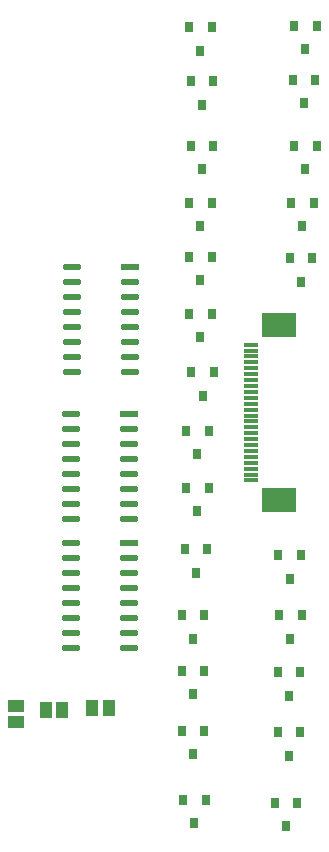
<source format=gbr>
G04*
G04 #@! TF.GenerationSoftware,Altium Limited,Altium Designer,23.5.1 (21)*
G04*
G04 Layer_Color=128*
%FSLAX25Y25*%
%MOIN*%
G70*
G04*
G04 #@! TF.SameCoordinates,62E66B6F-0332-4FDC-AC1A-6E2C05ECB38F*
G04*
G04*
G04 #@! TF.FilePolarity,Positive*
G04*
G01*
G75*
%ADD18R,0.04921X0.01181*%
%ADD19R,0.11811X0.07874*%
G04:AMPARAMS|DCode=65|XSize=63.17mil|YSize=20.79mil|CornerRadius=10.39mil|HoleSize=0mil|Usage=FLASHONLY|Rotation=180.000|XOffset=0mil|YOffset=0mil|HoleType=Round|Shape=RoundedRectangle|*
%AMROUNDEDRECTD65*
21,1,0.06317,0.00000,0,0,180.0*
21,1,0.04238,0.02079,0,0,180.0*
1,1,0.02079,-0.02119,0.00000*
1,1,0.02079,0.02119,0.00000*
1,1,0.02079,0.02119,0.00000*
1,1,0.02079,-0.02119,0.00000*
%
%ADD65ROUNDEDRECTD65*%
%ADD66R,0.06317X0.02079*%
%ADD67R,0.03150X0.03543*%
%ADD68R,0.05315X0.04331*%
%ADD69R,0.04331X0.05315*%
D18*
X543424Y610638D02*
D03*
Y608670D02*
D03*
Y606701D02*
D03*
Y604733D02*
D03*
Y602764D02*
D03*
Y600796D02*
D03*
Y598827D02*
D03*
Y596859D02*
D03*
Y594889D02*
D03*
Y592921D02*
D03*
Y590952D02*
D03*
Y588984D02*
D03*
Y587015D02*
D03*
Y585047D02*
D03*
Y583078D02*
D03*
Y581110D02*
D03*
Y579142D02*
D03*
Y577174D02*
D03*
Y575205D02*
D03*
Y573237D02*
D03*
Y571268D02*
D03*
Y569300D02*
D03*
Y567331D02*
D03*
Y565363D02*
D03*
D19*
X552576Y558708D02*
D03*
Y617291D02*
D03*
D65*
X483351Y544500D02*
D03*
Y539500D02*
D03*
Y534500D02*
D03*
Y529500D02*
D03*
Y524500D02*
D03*
Y519500D02*
D03*
Y514500D02*
D03*
Y509500D02*
D03*
X502649D02*
D03*
Y514500D02*
D03*
Y519500D02*
D03*
Y524500D02*
D03*
Y529500D02*
D03*
Y534500D02*
D03*
Y539500D02*
D03*
X483351Y587500D02*
D03*
Y582500D02*
D03*
Y577500D02*
D03*
Y572500D02*
D03*
Y567500D02*
D03*
Y562500D02*
D03*
Y557500D02*
D03*
Y552500D02*
D03*
X502649D02*
D03*
Y557500D02*
D03*
Y562500D02*
D03*
Y567500D02*
D03*
Y572500D02*
D03*
Y577500D02*
D03*
Y582500D02*
D03*
X483851Y636500D02*
D03*
Y631500D02*
D03*
Y626500D02*
D03*
Y621500D02*
D03*
Y616500D02*
D03*
Y611500D02*
D03*
Y606500D02*
D03*
Y601500D02*
D03*
X503149D02*
D03*
Y606500D02*
D03*
Y611500D02*
D03*
Y616500D02*
D03*
Y621500D02*
D03*
Y626500D02*
D03*
Y631500D02*
D03*
D66*
X502649Y544500D02*
D03*
Y587500D02*
D03*
X503149Y636500D02*
D03*
D67*
X555000Y450063D02*
D03*
X558740Y457937D02*
D03*
X551260D02*
D03*
X561000Y691063D02*
D03*
X564740Y698937D02*
D03*
X557260D02*
D03*
X526500Y613063D02*
D03*
X530240Y620937D02*
D03*
X522760D02*
D03*
X527000Y690563D02*
D03*
X530740Y698437D02*
D03*
X523260D02*
D03*
X556260Y532626D02*
D03*
X560000Y540500D02*
D03*
X552520D02*
D03*
X524000Y494063D02*
D03*
X527740Y501937D02*
D03*
X520260D02*
D03*
X525000Y534563D02*
D03*
X528740Y542437D02*
D03*
X521260D02*
D03*
X524500Y451063D02*
D03*
X528240Y458937D02*
D03*
X520760D02*
D03*
X556000Y493563D02*
D03*
X559740Y501437D02*
D03*
X552260D02*
D03*
X527240Y593626D02*
D03*
X530980Y601500D02*
D03*
X523500D02*
D03*
X560500Y650063D02*
D03*
X564240Y657937D02*
D03*
X556760D02*
D03*
X526500Y650063D02*
D03*
X530240Y657937D02*
D03*
X522760D02*
D03*
X556000Y473563D02*
D03*
X559740Y481437D02*
D03*
X552260D02*
D03*
X561500Y709063D02*
D03*
X565240Y716937D02*
D03*
X557760D02*
D03*
X527000Y669063D02*
D03*
X530740Y676937D02*
D03*
X523260D02*
D03*
X525500Y555063D02*
D03*
X529240Y562937D02*
D03*
X521760D02*
D03*
X560000Y631563D02*
D03*
X563740Y639437D02*
D03*
X556260D02*
D03*
X556500Y512563D02*
D03*
X560240Y520437D02*
D03*
X552760D02*
D03*
X524000Y512563D02*
D03*
X527740Y520437D02*
D03*
X520260D02*
D03*
X525500Y574063D02*
D03*
X529240Y581937D02*
D03*
X521760D02*
D03*
X561500Y669063D02*
D03*
X565240Y676937D02*
D03*
X557760D02*
D03*
X526500Y632063D02*
D03*
X530240Y639937D02*
D03*
X522760D02*
D03*
X524000Y474063D02*
D03*
X527740Y481937D02*
D03*
X520260D02*
D03*
X526500Y708563D02*
D03*
X530240Y716437D02*
D03*
X522760D02*
D03*
D68*
X465000Y490256D02*
D03*
Y484744D02*
D03*
D69*
X475000Y489000D02*
D03*
X480512D02*
D03*
X490500Y489500D02*
D03*
X496012D02*
D03*
M02*

</source>
